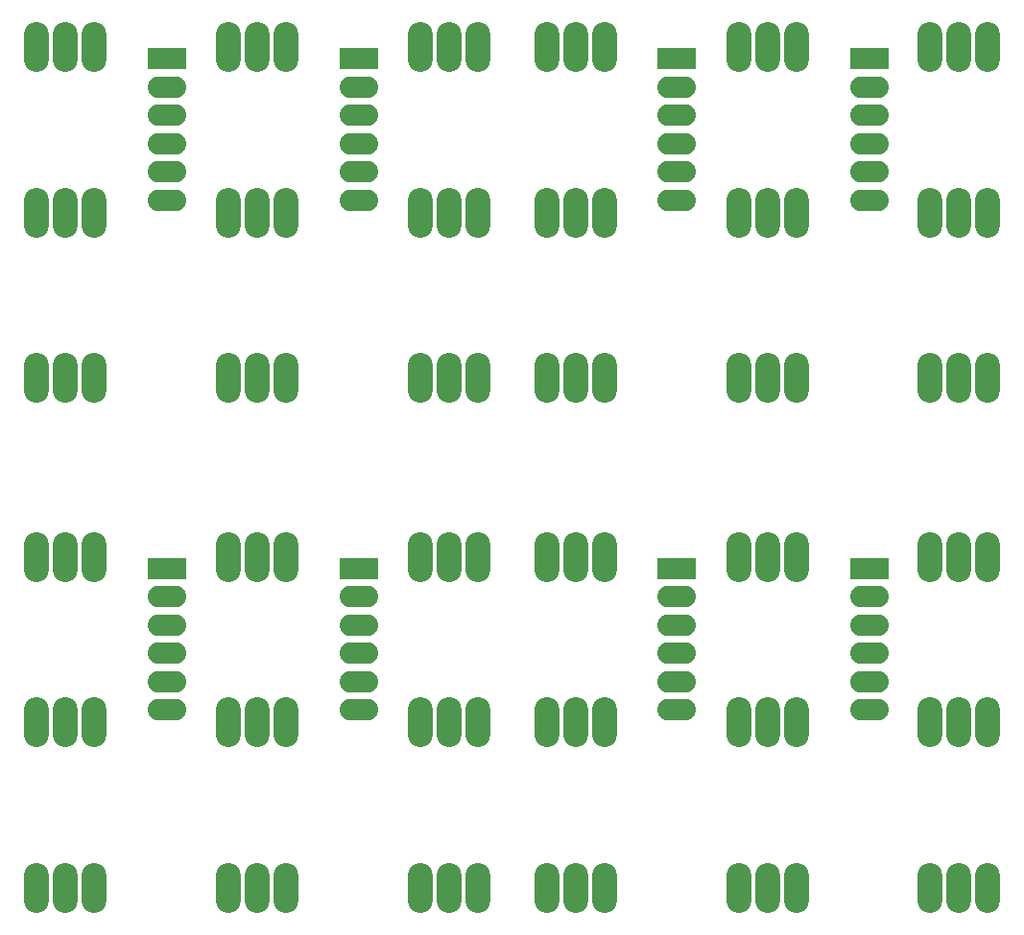
<source format=gbs>
G04 #@! TF.FileFunction,Soldermask,Bot*
%FSLAX46Y46*%
G04 Gerber Fmt 4.6, Leading zero omitted, Abs format (unit mm)*
G04 Created by KiCad (PCBNEW 4.0.2-stable) date 12/4/2017 4:29:09 PM*
%MOMM*%
G01*
G04 APERTURE LIST*
%ADD10C,0.100000*%
%ADD11O,2.200000X4.400000*%
%ADD12R,3.400000X1.900000*%
%ADD13O,3.400000X1.900000*%
G04 APERTURE END LIST*
D10*
D11*
X167500000Y-113100000D03*
X164960000Y-113100000D03*
X170040000Y-113100000D03*
X184400000Y-113100000D03*
X181860000Y-113100000D03*
X186940000Y-113100000D03*
X167500000Y-127700000D03*
X164960000Y-127700000D03*
X170040000Y-127700000D03*
X184400000Y-127700000D03*
X181860000Y-127700000D03*
X186940000Y-127700000D03*
X167500000Y-142300000D03*
X164960000Y-142300000D03*
X170040000Y-142300000D03*
D12*
X176500000Y-114100000D03*
D13*
X176500000Y-116600000D03*
X176500000Y-119100000D03*
X176500000Y-121600000D03*
X176500000Y-124100000D03*
X176500000Y-126600000D03*
D11*
X184400000Y-142300000D03*
X181860000Y-142300000D03*
X186940000Y-142300000D03*
X105600000Y-127700000D03*
X103060000Y-127700000D03*
X108140000Y-127700000D03*
X105600000Y-142300000D03*
X103060000Y-142300000D03*
X108140000Y-142300000D03*
X150600000Y-142300000D03*
X148060000Y-142300000D03*
X153140000Y-142300000D03*
D12*
X159500000Y-114100000D03*
D13*
X159500000Y-116600000D03*
X159500000Y-119100000D03*
X159500000Y-121600000D03*
X159500000Y-124100000D03*
X159500000Y-126600000D03*
D11*
X139400000Y-142300000D03*
X136860000Y-142300000D03*
X141940000Y-142300000D03*
X150600000Y-127700000D03*
X148060000Y-127700000D03*
X153140000Y-127700000D03*
X105600000Y-113100000D03*
X103060000Y-113100000D03*
X108140000Y-113100000D03*
D12*
X114500000Y-114100000D03*
D13*
X114500000Y-116600000D03*
X114500000Y-119100000D03*
X114500000Y-121600000D03*
X114500000Y-124100000D03*
X114500000Y-126600000D03*
D11*
X122500000Y-142300000D03*
X119960000Y-142300000D03*
X125040000Y-142300000D03*
X139400000Y-127700000D03*
X136860000Y-127700000D03*
X141940000Y-127700000D03*
X122500000Y-127700000D03*
X119960000Y-127700000D03*
X125040000Y-127700000D03*
D12*
X131500000Y-114100000D03*
D13*
X131500000Y-116600000D03*
X131500000Y-119100000D03*
X131500000Y-121600000D03*
X131500000Y-124100000D03*
X131500000Y-126600000D03*
D11*
X150600000Y-113100000D03*
X148060000Y-113100000D03*
X153140000Y-113100000D03*
X139400000Y-113100000D03*
X136860000Y-113100000D03*
X141940000Y-113100000D03*
X122500000Y-113100000D03*
X119960000Y-113100000D03*
X125040000Y-113100000D03*
D12*
X159500000Y-69100000D03*
D13*
X159500000Y-71600000D03*
X159500000Y-74100000D03*
X159500000Y-76600000D03*
X159500000Y-79100000D03*
X159500000Y-81600000D03*
D11*
X150600000Y-82700000D03*
X148060000Y-82700000D03*
X153140000Y-82700000D03*
X150600000Y-97300000D03*
X148060000Y-97300000D03*
X153140000Y-97300000D03*
X150600000Y-68100000D03*
X148060000Y-68100000D03*
X153140000Y-68100000D03*
D12*
X176500000Y-69100000D03*
D13*
X176500000Y-71600000D03*
X176500000Y-74100000D03*
X176500000Y-76600000D03*
X176500000Y-79100000D03*
X176500000Y-81600000D03*
D11*
X167500000Y-82700000D03*
X164960000Y-82700000D03*
X170040000Y-82700000D03*
X184400000Y-82700000D03*
X181860000Y-82700000D03*
X186940000Y-82700000D03*
X167500000Y-97300000D03*
X164960000Y-97300000D03*
X170040000Y-97300000D03*
X184400000Y-97300000D03*
X181860000Y-97300000D03*
X186940000Y-97300000D03*
X167500000Y-68100000D03*
X164960000Y-68100000D03*
X170040000Y-68100000D03*
X184400000Y-68100000D03*
X181860000Y-68100000D03*
X186940000Y-68100000D03*
X139400000Y-97300000D03*
X136860000Y-97300000D03*
X141940000Y-97300000D03*
X139400000Y-82700000D03*
X136860000Y-82700000D03*
X141940000Y-82700000D03*
X139400000Y-68100000D03*
X136860000Y-68100000D03*
X141940000Y-68100000D03*
X122500000Y-97300000D03*
X119960000Y-97300000D03*
X125040000Y-97300000D03*
X122500000Y-82700000D03*
X119960000Y-82700000D03*
X125040000Y-82700000D03*
X122500000Y-68100000D03*
X119960000Y-68100000D03*
X125040000Y-68100000D03*
X105600000Y-97300000D03*
X103060000Y-97300000D03*
X108140000Y-97300000D03*
X105600000Y-82700000D03*
X103060000Y-82700000D03*
X108140000Y-82700000D03*
X105600000Y-68100000D03*
X103060000Y-68100000D03*
X108140000Y-68100000D03*
D12*
X131500000Y-69100000D03*
D13*
X131500000Y-71600000D03*
X131500000Y-74100000D03*
X131500000Y-76600000D03*
X131500000Y-79100000D03*
X131500000Y-81600000D03*
D12*
X114500000Y-69100000D03*
D13*
X114500000Y-71600000D03*
X114500000Y-74100000D03*
X114500000Y-76600000D03*
X114500000Y-79100000D03*
X114500000Y-81600000D03*
M02*

</source>
